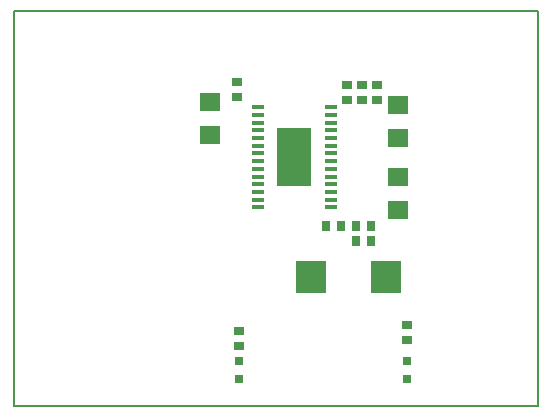
<source format=gtp>
G75*
%MOIN*%
%OFA0B0*%
%FSLAX25Y25*%
%IPPOS*%
%LPD*%
%AMOC8*
5,1,8,0,0,1.08239X$1,22.5*
%
%ADD10C,0.00500*%
%ADD11R,0.03937X0.01378*%
%ADD12R,0.11811X0.19685*%
%ADD13R,0.07098X0.06299*%
%ADD14R,0.02756X0.03543*%
%ADD15R,0.03543X0.02756*%
%ADD16R,0.10039X0.10630*%
%ADD17R,0.03150X0.03150*%
D10*
X0001250Y0030000D02*
X0001250Y0161850D01*
X0176100Y0161850D01*
X0176100Y0030000D01*
X0001250Y0030000D01*
D11*
X0082594Y0096366D03*
X0082594Y0098925D03*
X0082594Y0101484D03*
X0082594Y0104043D03*
X0082594Y0106602D03*
X0082594Y0109161D03*
X0082594Y0111720D03*
X0082594Y0114280D03*
X0082594Y0116839D03*
X0082594Y0119398D03*
X0082594Y0121957D03*
X0082594Y0124516D03*
X0082594Y0127075D03*
X0082594Y0129634D03*
X0106906Y0129634D03*
X0106906Y0127075D03*
X0106906Y0124516D03*
X0106906Y0121957D03*
X0106906Y0119398D03*
X0106906Y0116839D03*
X0106906Y0114280D03*
X0106906Y0111720D03*
X0106906Y0109161D03*
X0106906Y0106602D03*
X0106906Y0104043D03*
X0106906Y0101484D03*
X0106906Y0098925D03*
X0106906Y0096366D03*
D12*
X0094750Y0113000D03*
D13*
X0066750Y0120402D03*
X0066750Y0131598D03*
X0129250Y0130598D03*
X0129250Y0119402D03*
X0129250Y0106598D03*
X0129250Y0095402D03*
D14*
X0120309Y0090000D03*
X0120309Y0085000D03*
X0115191Y0085000D03*
X0115191Y0090000D03*
X0110309Y0090000D03*
X0105191Y0090000D03*
D15*
X0132250Y0057059D03*
X0132250Y0051941D03*
X0076250Y0049941D03*
X0076250Y0055059D03*
X0112250Y0131941D03*
X0117250Y0131941D03*
X0122250Y0131941D03*
X0122250Y0137059D03*
X0117250Y0137059D03*
X0112250Y0137059D03*
X0075750Y0138059D03*
X0075750Y0132941D03*
D16*
X0100270Y0073000D03*
X0125230Y0073000D03*
D17*
X0132250Y0044953D03*
X0132250Y0039047D03*
X0076250Y0039047D03*
X0076250Y0044953D03*
M02*

</source>
